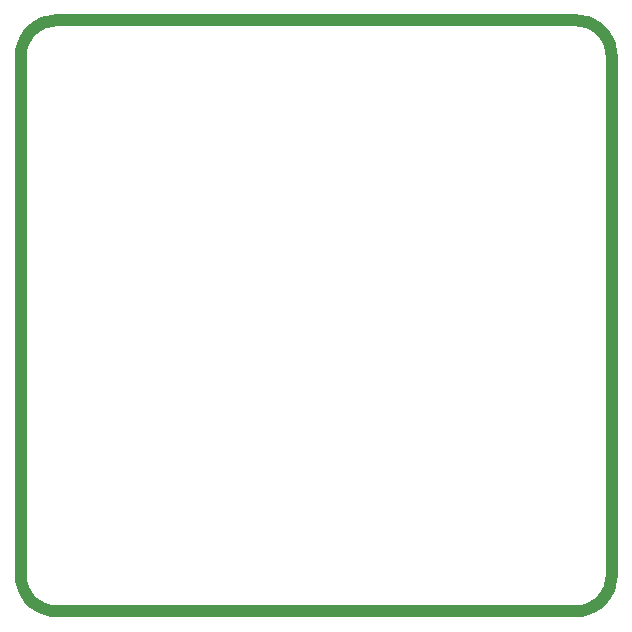
<source format=gko>
G04*
G04 #@! TF.GenerationSoftware,Altium Limited,Altium Designer,20.0.10 (225)*
G04*
G04 Layer_Color=16711935*
%FSLAX25Y25*%
%MOIN*%
G70*
G01*
G75*
%ADD75C,0.03937*%
D75*
X185039D02*
X186015Y40D01*
X186983Y161D01*
X187939Y361D01*
X188874Y640D01*
X189784Y995D01*
X190661Y1424D01*
X191499Y1923D01*
X192294Y2490D01*
X193039Y3121D01*
X193729Y3812D01*
X194360Y4557D01*
X194927Y5351D01*
X195427Y6190D01*
X195856Y7067D01*
X196210Y7976D01*
X196489Y8912D01*
X196689Y9867D01*
X196810Y10836D01*
X196850Y11811D01*
Y185039D02*
X196810Y186015D01*
X196689Y186983D01*
X196489Y187939D01*
X196210Y188874D01*
X195856Y189784D01*
X195427Y190661D01*
X194927Y191499D01*
X194360Y192294D01*
X193729Y193039D01*
X193039Y193729D01*
X192294Y194360D01*
X191499Y194927D01*
X190661Y195427D01*
X189784Y195856D01*
X188874Y196210D01*
X187939Y196489D01*
X186983Y196689D01*
X186015Y196810D01*
X185039Y196850D01*
X11811D02*
X10836Y196810D01*
X9867Y196689D01*
X8912Y196489D01*
X7976Y196210D01*
X7067Y195856D01*
X6190Y195427D01*
X5351Y194927D01*
X4557Y194360D01*
X3812Y193729D01*
X3121Y193039D01*
X2490Y192294D01*
X1923Y191499D01*
X1424Y190661D01*
X995Y189784D01*
X640Y188874D01*
X361Y187939D01*
X161Y186983D01*
X40Y186015D01*
X0Y185039D01*
Y11811D02*
X40Y10836D01*
X161Y9867D01*
X361Y8912D01*
X640Y7976D01*
X995Y7067D01*
X1424Y6190D01*
X1923Y5351D01*
X2490Y4557D01*
X3121Y3812D01*
X3812Y3121D01*
X4557Y2490D01*
X5351Y1923D01*
X6190Y1424D01*
X7067Y995D01*
X7976Y640D01*
X8912Y361D01*
X9867Y161D01*
X10836Y40D01*
X11811Y0D01*
Y-0D02*
X185039D01*
X196850Y11811D02*
Y185039D01*
X11811Y196850D02*
X185039D01*
X-0Y185039D02*
X-0Y11811D01*
M02*

</source>
